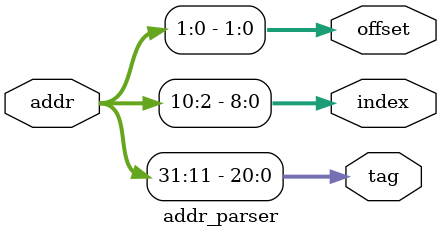
<source format=sv>
module addr_parser #(
    parameter CACHE_LINE=128,
    parameter CACHE_SIZE=8192
) (
    input [31:0] addr,
    output [31 - $clog2(CACHE_SIZE * 8/CACHE_LINE) - $clog2(CACHE_LINE/32):0] tag,
    output [$clog2(CACHE_SIZE * 8/CACHE_LINE)-1:0] index,
    output [$clog2(CACHE_LINE/32)-1:0] offset
);

    assign {tag, index, offset} = addr;
    
endmodule

</source>
